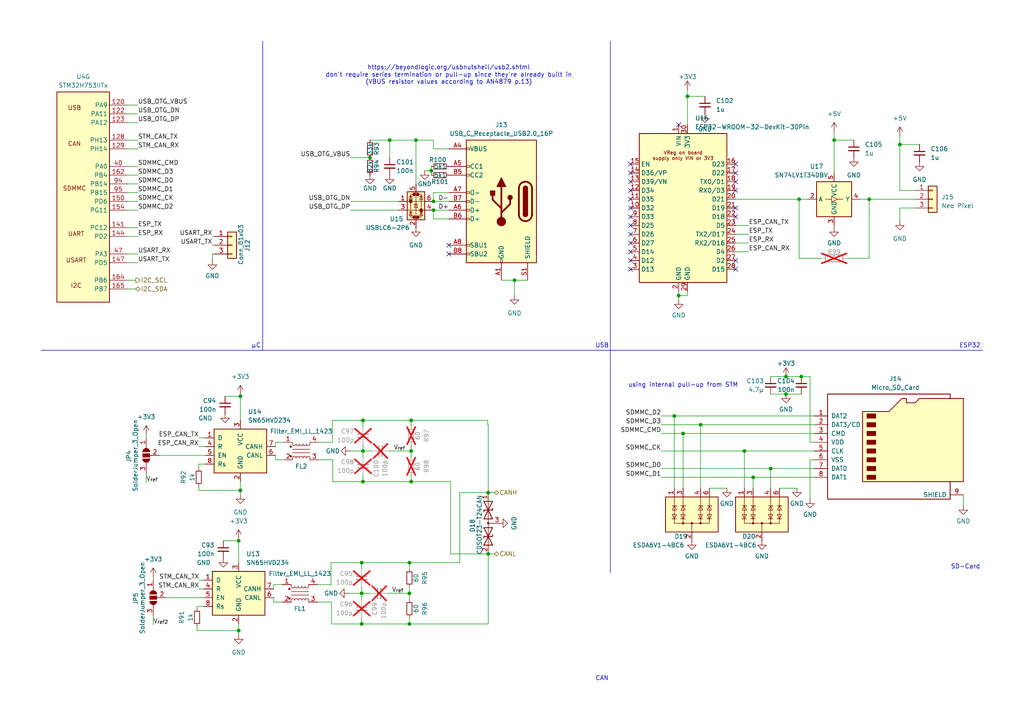
<source format=kicad_sch>
(kicad_sch
	(version 20250114)
	(generator "eeschema")
	(generator_version "9.0")
	(uuid "c61dd313-04ad-474f-9718-66b9bce07315")
	(paper "A4")
	
	(text "USB"
		(exclude_from_sim no)
		(at 174.625 100.33 0)
		(effects
			(font
				(size 1.27 1.27)
			)
		)
		(uuid "030ac795-edf5-444d-9323-762df8451be4")
	)
	(text "SD-Card"
		(exclude_from_sim no)
		(at 280.035 164.465 0)
		(effects
			(font
				(size 1.27 1.27)
			)
		)
		(uuid "05828fab-2d04-4397-b843-7a8ebdd025b6")
	)
	(text "don't require series termination or pull-up since they're already built in\n(VBUS resistor values according to AN4879 p.13)"
		(exclude_from_sim no)
		(at 130.175 22.86 0)
		(effects
			(font
				(size 1.27 1.27)
			)
		)
		(uuid "1055d774-b6a1-419a-b048-36be66eef259")
	)
	(text "µC"
		(exclude_from_sim no)
		(at 74.295 100.33 0)
		(effects
			(font
				(size 1.27 1.27)
			)
		)
		(uuid "116a24cc-e1f0-4e0d-bea5-abd9a8f91599")
	)
	(text "https://beyondlogic.org/usbnutshell/usb2.shtml"
		(exclude_from_sim no)
		(at 130.175 19.685 0)
		(effects
			(font
				(size 1.27 1.27)
			)
		)
		(uuid "17aebb66-f36f-4773-91b3-aa6e98e3a3df")
	)
	(text "ESP32"
		(exclude_from_sim no)
		(at 281.305 100.33 0)
		(effects
			(font
				(size 1.27 1.27)
			)
		)
		(uuid "2f1a1088-c0ce-4de9-ae6e-34c8798ff98b")
	)
	(text "using internal pull-up from STM"
		(exclude_from_sim no)
		(at 198.12 111.76 0)
		(effects
			(font
				(size 1.27 1.27)
			)
		)
		(uuid "a2052886-6177-4247-95db-c4b735b95dd6")
	)
	(text "CAN"
		(exclude_from_sim no)
		(at 174.625 196.85 0)
		(effects
			(font
				(size 1.27 1.27)
			)
		)
		(uuid "aaa6aba1-4600-4726-ab41-4812b09f5f58")
	)
	(junction
		(at 231.775 57.785)
		(diameter 0)
		(color 0 0 0 0)
		(uuid "05cfbb34-84b8-41f9-b2c6-e5b00514da1d")
	)
	(junction
		(at 215.9 130.81)
		(diameter 0)
		(color 0 0 0 0)
		(uuid "0bbc3a19-37df-42ad-91f0-8540a0395fb7")
	)
	(junction
		(at 227.965 109.22)
		(diameter 0)
		(color 0 0 0 0)
		(uuid "18ab2d23-28e9-4932-9559-08cfc3b6ac2c")
	)
	(junction
		(at 232.41 109.22)
		(diameter 0)
		(color 0 0 0 0)
		(uuid "24fd9673-2273-4cc7-b851-95d6418ffacd")
	)
	(junction
		(at 118.745 180.975)
		(diameter 0)
		(color 0 0 0 0)
		(uuid "28a47998-b579-477b-8bd7-5184e4777d5e")
	)
	(junction
		(at 119.253 130.81)
		(diameter 0)
		(color 0 0 0 0)
		(uuid "3162dd44-bd73-462d-a1ba-3ec68e82b83a")
	)
	(junction
		(at 252.095 57.785)
		(diameter 0)
		(color 0 0 0 0)
		(uuid "318c4647-7bc1-4283-9b65-f73983dbd071")
	)
	(junction
		(at 149.225 81.28)
		(diameter 0)
		(color 0 0 0 0)
		(uuid "3c1013bf-bfba-435b-96c5-025b99d0e79f")
	)
	(junction
		(at 69.723 142.24)
		(diameter 0)
		(color 0 0 0 0)
		(uuid "3d875b4c-a7a5-4903-ad64-3ecea35d872b")
	)
	(junction
		(at 69.723 114.935)
		(diameter 0)
		(color 0 0 0 0)
		(uuid "41b0bad5-7e8d-4b02-8ba8-4522831df7e6")
	)
	(junction
		(at 107.315 45.72)
		(diameter 0)
		(color 0 0 0 0)
		(uuid "46e9cd3f-c4dc-4e06-874a-970861c8e4d0")
	)
	(junction
		(at 195.58 120.65)
		(diameter 0)
		(color 0 0 0 0)
		(uuid "483c68f8-8db5-413f-96da-d4c2dccc7777")
	)
	(junction
		(at 69.215 182.88)
		(diameter 0)
		(color 0 0 0 0)
		(uuid "4dfb8dde-4cef-4814-89d9-dc2c67abc0ea")
	)
	(junction
		(at 218.44 138.43)
		(diameter 0)
		(color 0 0 0 0)
		(uuid "50b25640-4ca4-435d-9ca2-96918ac454bf")
	)
	(junction
		(at 198.12 125.73)
		(diameter 0)
		(color 0 0 0 0)
		(uuid "52bd35f7-90f4-444f-80c2-b19c5579d427")
	)
	(junction
		(at 104.902 163.195)
		(diameter 0)
		(color 0 0 0 0)
		(uuid "53b32a67-343e-432d-9256-006aedde493b")
	)
	(junction
		(at 119.253 139.7)
		(diameter 0)
		(color 0 0 0 0)
		(uuid "6c0e76a3-6aad-4fb4-a948-d5eac4447136")
	)
	(junction
		(at 105.283 121.92)
		(diameter 0)
		(color 0 0 0 0)
		(uuid "7481ae21-ea6c-45fa-90b7-25db4fcacac0")
	)
	(junction
		(at 125.73 60.96)
		(diameter 0)
		(color 0 0 0 0)
		(uuid "76eb61ee-a5dc-435a-8704-218432069d76")
	)
	(junction
		(at 227.965 114.3)
		(diameter 0)
		(color 0 0 0 0)
		(uuid "7b77a6c7-da0a-42bd-826a-b38b72133772")
	)
	(junction
		(at 69.215 156.845)
		(diameter 0)
		(color 0 0 0 0)
		(uuid "7c2aa378-d994-4cbb-a7fd-662b6a6dbd3e")
	)
	(junction
		(at 223.52 135.89)
		(diameter 0)
		(color 0 0 0 0)
		(uuid "83a97a6e-f8be-41f0-8991-cb39de58c4f2")
	)
	(junction
		(at 199.39 27.94)
		(diameter 0)
		(color 0 0 0 0)
		(uuid "8a2ddf5a-e56d-4ddb-b3a7-3ce78fdb1ea7")
	)
	(junction
		(at 104.902 180.975)
		(diameter 0)
		(color 0 0 0 0)
		(uuid "8c902d7a-9a97-4247-a024-6511c85f57b0")
	)
	(junction
		(at 119.253 121.92)
		(diameter 0)
		(color 0 0 0 0)
		(uuid "9727df9d-30c2-4d31-a4a4-c18de4a38ffd")
	)
	(junction
		(at 141.605 160.655)
		(diameter 0)
		(color 0 0 0 0)
		(uuid "9b258187-c52a-4e59-8789-b7ac6ed5dc99")
	)
	(junction
		(at 104.902 172.085)
		(diameter 0)
		(color 0 0 0 0)
		(uuid "9cc87ece-ed33-40de-966c-51c2001dc894")
	)
	(junction
		(at 105.283 130.81)
		(diameter 0)
		(color 0 0 0 0)
		(uuid "9cdc856e-55bf-4f24-8496-a3f3c835efb4")
	)
	(junction
		(at 120.65 40.64)
		(diameter 0)
		(color 0 0 0 0)
		(uuid "9ea8c7a2-1503-4324-bc92-c95e051488ac")
	)
	(junction
		(at 141.605 142.875)
		(diameter 0)
		(color 0 0 0 0)
		(uuid "a02cb7ca-67e1-4267-9b51-48bfa47aa699")
	)
	(junction
		(at 203.2 123.19)
		(diameter 0)
		(color 0 0 0 0)
		(uuid "a030d523-f685-498c-a6ce-88394aca3cb6")
	)
	(junction
		(at 118.745 163.195)
		(diameter 0)
		(color 0 0 0 0)
		(uuid "b60abf17-3e74-47af-a488-26c720dd0b0f")
	)
	(junction
		(at 118.745 172.085)
		(diameter 0)
		(color 0 0 0 0)
		(uuid "b6c8fd7b-67f5-4777-9880-dd70ef3914a0")
	)
	(junction
		(at 196.85 85.725)
		(diameter 0)
		(color 0 0 0 0)
		(uuid "cee00a16-43e6-4734-87be-e840da75aabc")
	)
	(junction
		(at 105.283 139.7)
		(diameter 0)
		(color 0 0 0 0)
		(uuid "cf065f4e-64c6-411f-9278-3cbeff3ad8fd")
	)
	(junction
		(at 125.095 49.53)
		(diameter 0)
		(color 0 0 0 0)
		(uuid "d302f7ee-d45d-43f0-9f1f-85368a116229")
	)
	(junction
		(at 260.985 41.91)
		(diameter 0)
		(color 0 0 0 0)
		(uuid "e4280f40-0a8b-46b8-8a3f-bdc2bbc7d561")
	)
	(junction
		(at 241.935 40.64)
		(diameter 0)
		(color 0 0 0 0)
		(uuid "e66e4697-c658-4daa-8505-29693d7c6fa8")
	)
	(junction
		(at 125.73 58.42)
		(diameter 0)
		(color 0 0 0 0)
		(uuid "e8da3965-6ebf-4303-bffa-5c0b2fe16f2a")
	)
	(junction
		(at 113.03 40.64)
		(diameter 0)
		(color 0 0 0 0)
		(uuid "eef95e3a-9baf-4512-9c0f-0fb5481cc6c4")
	)
	(no_connect
		(at 182.88 73.025)
		(uuid "0f78565a-9a79-4977-842d-db81c2f3a858")
	)
	(no_connect
		(at 182.88 55.245)
		(uuid "1635493b-c0b0-4b22-91c0-dd20f89d28d6")
	)
	(no_connect
		(at 182.88 57.785)
		(uuid "2cd37b9b-1e16-4721-baaf-0f02fff9ee15")
	)
	(no_connect
		(at 213.36 47.625)
		(uuid "2e298096-7ace-418c-89a7-3d43d6bed0db")
	)
	(no_connect
		(at 182.88 60.325)
		(uuid "3bc25636-dee2-443e-8ccb-a980f456ac63")
	)
	(no_connect
		(at 182.88 50.165)
		(uuid "43d8676e-50c6-4697-acd1-a078ec396d67")
	)
	(no_connect
		(at 182.88 65.405)
		(uuid "4a7c660c-ecc7-4617-8099-7833ce97674f")
	)
	(no_connect
		(at 182.88 47.625)
		(uuid "5a25121c-a1f8-402a-a503-9b4b6773db57")
	)
	(no_connect
		(at 196.85 36.195)
		(uuid "5c9306cf-381b-4d82-8a3a-52bc964f2a36")
	)
	(no_connect
		(at 213.36 52.705)
		(uuid "5c964bdf-2ed2-4eef-b541-8ce09ccb6359")
	)
	(no_connect
		(at 182.88 78.105)
		(uuid "5cab31a6-586b-4cbb-8e74-6785a73b7287")
	)
	(no_connect
		(at 213.36 75.565)
		(uuid "627c0ac6-463b-4d74-9056-912f48f57f8c")
	)
	(no_connect
		(at 182.88 67.945)
		(uuid "662f2eb1-7541-4b5a-9b3e-348e11036abd")
	)
	(no_connect
		(at 182.88 52.705)
		(uuid "73269fd7-c364-4aef-a8b5-a2eabdfa97a8")
	)
	(no_connect
		(at 213.36 60.325)
		(uuid "797e1eed-a489-45da-8c0f-184fc597169c")
	)
	(no_connect
		(at 182.88 75.565)
		(uuid "8365a6d4-6d29-461b-904c-0324ca06fc5a")
	)
	(no_connect
		(at 182.88 62.865)
		(uuid "8ac847d1-9069-40ae-a3f2-d3aed782fb55")
	)
	(no_connect
		(at 213.36 78.105)
		(uuid "8f56c4af-52dc-4612-9881-b40f131d9649")
	)
	(no_connect
		(at 213.36 50.165)
		(uuid "b938ea39-6292-4387-8cd7-875c20a9d49a")
	)
	(no_connect
		(at 130.175 71.12)
		(uuid "d7064c93-16c6-497d-859a-7b410a29e175")
	)
	(no_connect
		(at 213.36 55.245)
		(uuid "da2de24c-d775-46ec-8771-ff0ede014a17")
	)
	(no_connect
		(at 130.175 73.66)
		(uuid "e5cfba84-9aae-4335-81b2-f9420a56298e")
	)
	(no_connect
		(at 182.88 70.485)
		(uuid "e700e196-44ff-4ef8-a8e9-38a5e666b895")
	)
	(no_connect
		(at 213.36 62.865)
		(uuid "ffc9674a-9076-447f-ba67-71a5716efeb9")
	)
	(wire
		(pts
			(xy 198.12 125.73) (xy 198.12 141.605)
		)
		(stroke
			(width 0)
			(type default)
		)
		(uuid "0126e725-cd4a-43de-a635-49074d4eee16")
	)
	(wire
		(pts
			(xy 113.03 40.64) (xy 120.65 40.64)
		)
		(stroke
			(width 0)
			(type default)
		)
		(uuid "03b6b96d-d108-4c6b-b2b6-d370d0813a07")
	)
	(wire
		(pts
			(xy 40.005 53.34) (xy 36.83 53.34)
		)
		(stroke
			(width 0)
			(type default)
		)
		(uuid "069c83cc-66af-4239-a3f2-6fc7c9797843")
	)
	(wire
		(pts
			(xy 227.965 109.22) (xy 232.41 109.22)
		)
		(stroke
			(width 0)
			(type default)
		)
		(uuid "0720b77c-06ec-4ddc-af8a-933409149d5c")
	)
	(wire
		(pts
			(xy 252.095 57.785) (xy 252.095 74.93)
		)
		(stroke
			(width 0)
			(type default)
		)
		(uuid "07821e1a-6081-4b53-af8d-3407e5dfe479")
	)
	(wire
		(pts
			(xy 96.139 174.625) (xy 96.139 180.975)
		)
		(stroke
			(width 0)
			(type default)
		)
		(uuid "07b7ef48-98f5-4f9c-8c83-e93a23111e86")
	)
	(wire
		(pts
			(xy 217.17 65.405) (xy 213.36 65.405)
		)
		(stroke
			(width 0)
			(type default)
		)
		(uuid "08072ded-74bf-4b0b-806c-19444be54a5d")
	)
	(wire
		(pts
			(xy 101.6 58.42) (xy 115.57 58.42)
		)
		(stroke
			(width 0)
			(type default)
		)
		(uuid "082fce0a-328f-4c33-b82d-f736243226bd")
	)
	(wire
		(pts
			(xy 125.095 49.53) (xy 125.095 50.8)
		)
		(stroke
			(width 0)
			(type default)
		)
		(uuid "0ea0bb12-e71d-4036-85a4-6c19fe123590")
	)
	(wire
		(pts
			(xy 79.883 133.35) (xy 79.883 132.08)
		)
		(stroke
			(width 0)
			(type default)
		)
		(uuid "0eb24822-65ba-4fcc-a791-110a601cab9c")
	)
	(wire
		(pts
			(xy 241.935 40.64) (xy 247.65 40.64)
		)
		(stroke
			(width 0)
			(type default)
		)
		(uuid "0ec11d76-de2c-47d9-b68b-71e96f39e5f7")
	)
	(wire
		(pts
			(xy 36.83 55.88) (xy 40.005 55.88)
		)
		(stroke
			(width 0)
			(type default)
		)
		(uuid "0f23c12c-ee24-49ec-857a-7c94676913f0")
	)
	(wire
		(pts
			(xy 113.03 40.64) (xy 113.03 45.72)
		)
		(stroke
			(width 0)
			(type default)
		)
		(uuid "0f360adf-082b-43ce-b071-56ba3d6d1ff9")
	)
	(wire
		(pts
			(xy 223.52 135.89) (xy 236.22 135.89)
		)
		(stroke
			(width 0)
			(type default)
		)
		(uuid "0fe1c355-612f-4426-80ff-01e842356dec")
	)
	(wire
		(pts
			(xy 199.39 27.94) (xy 199.39 36.195)
		)
		(stroke
			(width 0)
			(type default)
		)
		(uuid "11371f3a-622b-4d06-958d-0de2e3aefad4")
	)
	(wire
		(pts
			(xy 44.45 178.435) (xy 44.45 181.229)
		)
		(stroke
			(width 0)
			(type default)
		)
		(uuid "1191196b-173d-4dee-bb6d-b29a4d435163")
	)
	(wire
		(pts
			(xy 260.985 41.91) (xy 260.985 55.245)
		)
		(stroke
			(width 0)
			(type default)
		)
		(uuid "11fcf8a6-a9da-4e10-b537-040a5f04eac6")
	)
	(wire
		(pts
			(xy 92.075 169.545) (xy 96.012 169.545)
		)
		(stroke
			(width 0)
			(type default)
		)
		(uuid "1255d5b2-c80c-45ce-8562-7f9325184eb2")
	)
	(wire
		(pts
			(xy 119.253 121.92) (xy 141.478 121.92)
		)
		(stroke
			(width 0)
			(type default)
		)
		(uuid "16abee5d-4262-4bfd-ba27-099017bd3c89")
	)
	(wire
		(pts
			(xy 199.39 85.725) (xy 199.39 84.455)
		)
		(stroke
			(width 0)
			(type default)
		)
		(uuid "175d1789-0795-45ea-bebd-00c51a23ce0a")
	)
	(wire
		(pts
			(xy 191.77 135.89) (xy 223.52 135.89)
		)
		(stroke
			(width 0)
			(type default)
		)
		(uuid "1771b8ef-8c2d-4dbc-bfd3-902fd9585271")
	)
	(wire
		(pts
			(xy 61.595 73.66) (xy 61.595 75.565)
		)
		(stroke
			(width 0)
			(type default)
		)
		(uuid "1851c3fc-c833-4316-939d-3a55a4935065")
	)
	(wire
		(pts
			(xy 61.595 71.12) (xy 62.23 71.12)
		)
		(stroke
			(width 0)
			(type default)
		)
		(uuid "18ab3ef7-d310-4dfe-9bd7-87f1a836a671")
	)
	(wire
		(pts
			(xy 36.83 33.02) (xy 40.005 33.02)
		)
		(stroke
			(width 0)
			(type default)
		)
		(uuid "1b135d7b-8f10-4d19-9a19-146ba9d74198")
	)
	(wire
		(pts
			(xy 112.522 172.085) (xy 118.745 172.085)
		)
		(stroke
			(width 0)
			(type default)
		)
		(uuid "1c380b4c-4cae-4aa6-b682-a869ce94709e")
	)
	(wire
		(pts
			(xy 96.393 121.92) (xy 105.283 121.92)
		)
		(stroke
			(width 0)
			(type default)
		)
		(uuid "1c39585e-5704-44d0-a33d-b3876c68f352")
	)
	(wire
		(pts
			(xy 69.723 114.3) (xy 69.723 114.935)
		)
		(stroke
			(width 0)
			(type default)
		)
		(uuid "1e2b6175-d853-4821-ba74-1f24382ec349")
	)
	(wire
		(pts
			(xy 105.283 121.92) (xy 119.253 121.92)
		)
		(stroke
			(width 0)
			(type default)
		)
		(uuid "1ecee70f-1b0e-4963-98bb-53f91fcf7497")
	)
	(wire
		(pts
			(xy 118.745 170.18) (xy 118.745 172.085)
		)
		(stroke
			(width 0)
			(type default)
		)
		(uuid "216a5d0c-6bc2-4d57-bfc1-a0137443fd45")
	)
	(wire
		(pts
			(xy 125.73 55.88) (xy 130.175 55.88)
		)
		(stroke
			(width 0)
			(type default)
		)
		(uuid "21acc590-ee7c-4d1e-8e1e-92f9f843d3c0")
	)
	(wire
		(pts
			(xy 36.83 60.96) (xy 40.005 60.96)
		)
		(stroke
			(width 0)
			(type default)
		)
		(uuid "2201ad5c-2ea0-4a84-9169-84f97ac3d850")
	)
	(wire
		(pts
			(xy 125.73 60.96) (xy 130.175 60.96)
		)
		(stroke
			(width 0)
			(type default)
		)
		(uuid "23e71670-b058-4e01-a066-4bf14b43a603")
	)
	(wire
		(pts
			(xy 118.745 172.085) (xy 118.745 173.99)
		)
		(stroke
			(width 0)
			(type default)
		)
		(uuid "25fcae18-2fce-4a2e-b99e-14db92c22b5a")
	)
	(wire
		(pts
			(xy 133.35 142.875) (xy 141.605 142.875)
		)
		(stroke
			(width 0)
			(type default)
		)
		(uuid "27d7ae8c-7eae-4f28-bd8f-3df57c79cc78")
	)
	(wire
		(pts
			(xy 217.17 73.025) (xy 213.36 73.025)
		)
		(stroke
			(width 0)
			(type default)
		)
		(uuid "29423af5-f664-45ad-bb1e-0735e38873c2")
	)
	(wire
		(pts
			(xy 118.745 163.195) (xy 133.35 163.195)
		)
		(stroke
			(width 0)
			(type default)
		)
		(uuid "2d763691-facb-4f15-9e9f-59c2b2d09226")
	)
	(wire
		(pts
			(xy 40.005 30.48) (xy 36.83 30.48)
		)
		(stroke
			(width 0)
			(type default)
		)
		(uuid "2e6d5f7d-e2c5-4fff-9ab8-ff9e5059fed6")
	)
	(wire
		(pts
			(xy 238.125 74.93) (xy 231.775 74.93)
		)
		(stroke
			(width 0)
			(type default)
		)
		(uuid "2fa12003-ea95-4a7e-a7b4-8f6dd8428bb3")
	)
	(wire
		(pts
			(xy 44.45 167.259) (xy 44.45 168.275)
		)
		(stroke
			(width 0)
			(type default)
		)
		(uuid "2fe633c0-4d3d-40d2-b66e-9c920b1c7a86")
	)
	(wire
		(pts
			(xy 218.44 141.605) (xy 218.44 138.43)
		)
		(stroke
			(width 0)
			(type default)
		)
		(uuid "3173a2ad-906e-47f8-a364-fc370f3c628a")
	)
	(wire
		(pts
			(xy 145.415 151.765) (xy 144.653 151.765)
		)
		(stroke
			(width 0)
			(type default)
		)
		(uuid "31a4bbdf-559b-4207-a858-901d74817d56")
	)
	(wire
		(pts
			(xy 65.278 114.935) (xy 69.723 114.935)
		)
		(stroke
			(width 0)
			(type default)
		)
		(uuid "32faf47c-e64c-44b4-9d62-4d28d8d4153b")
	)
	(polyline
		(pts
			(xy 11.938 101.6) (xy 284.988 101.6)
		)
		(stroke
			(width 0)
			(type default)
		)
		(uuid "3585df17-1500-4acf-8047-979ff4b5fedc")
	)
	(wire
		(pts
			(xy 69.215 182.88) (xy 69.215 184.15)
		)
		(stroke
			(width 0)
			(type default)
		)
		(uuid "364b407f-3b1e-4c62-9eb8-d29a94c13635")
	)
	(wire
		(pts
			(xy 130.683 160.655) (xy 130.683 139.7)
		)
		(stroke
			(width 0)
			(type default)
		)
		(uuid "37424b4b-71c8-41c4-b362-ea3007ee2cc4")
	)
	(wire
		(pts
			(xy 231.775 74.93) (xy 231.775 57.785)
		)
		(stroke
			(width 0)
			(type default)
		)
		(uuid "393f9b29-c1fb-4477-8410-888c1c775882")
	)
	(wire
		(pts
			(xy 241.935 38.1) (xy 241.935 40.64)
		)
		(stroke
			(width 0)
			(type default)
		)
		(uuid "395ffaba-dbfc-4c84-b3a1-2617223e9f3e")
	)
	(wire
		(pts
			(xy 96.52 133.35) (xy 96.52 139.7)
		)
		(stroke
			(width 0)
			(type default)
		)
		(uuid "3b6bddeb-5651-4db5-98b2-9b6f3f702707")
	)
	(wire
		(pts
			(xy 101.6 45.72) (xy 107.315 45.72)
		)
		(stroke
			(width 0)
			(type default)
		)
		(uuid "3d2cc28f-a815-44ff-b579-98f1bafc55ff")
	)
	(wire
		(pts
			(xy 236.22 128.27) (xy 234.95 128.27)
		)
		(stroke
			(width 0)
			(type default)
		)
		(uuid "3d36dc6e-fb6c-4d22-b425-43462a3be059")
	)
	(wire
		(pts
			(xy 36.83 73.66) (xy 40.005 73.66)
		)
		(stroke
			(width 0)
			(type default)
		)
		(uuid "3e2111f4-1096-49ea-babe-955e0bcbceb6")
	)
	(wire
		(pts
			(xy 119.253 128.905) (xy 119.253 130.81)
		)
		(stroke
			(width 0)
			(type default)
		)
		(uuid "418d6449-7d54-435c-9348-9ebcc667fba1")
	)
	(wire
		(pts
			(xy 149.225 81.28) (xy 145.415 81.28)
		)
		(stroke
			(width 0)
			(type default)
		)
		(uuid "43eb60ad-a089-43b3-8c73-3cd2d4334140")
	)
	(wire
		(pts
			(xy 226.06 141.605) (xy 231.14 141.605)
		)
		(stroke
			(width 0)
			(type default)
		)
		(uuid "4509c7f5-35ec-4bd1-89e7-1a05d5b53aa2")
	)
	(wire
		(pts
			(xy 125.73 58.42) (xy 125.73 55.88)
		)
		(stroke
			(width 0)
			(type default)
		)
		(uuid "4991bdca-b170-43ed-84ef-9caf2ab85aec")
	)
	(wire
		(pts
			(xy 118.745 179.07) (xy 118.745 180.975)
		)
		(stroke
			(width 0)
			(type default)
		)
		(uuid "4abd7593-788c-4faf-8edb-6bf231a57d07")
	)
	(wire
		(pts
			(xy 61.595 68.58) (xy 62.23 68.58)
		)
		(stroke
			(width 0)
			(type default)
		)
		(uuid "4c385e60-1b83-4735-8d87-273cadd39ee9")
	)
	(wire
		(pts
			(xy 120.65 40.64) (xy 125.73 40.64)
		)
		(stroke
			(width 0)
			(type default)
		)
		(uuid "4c4a7a36-80ee-4595-b311-1291392bf06c")
	)
	(wire
		(pts
			(xy 231.775 57.785) (xy 234.315 57.785)
		)
		(stroke
			(width 0)
			(type default)
		)
		(uuid "4dc32d7f-3ff8-43a5-afb9-2f4908b6a181")
	)
	(wire
		(pts
			(xy 141.605 160.655) (xy 141.605 180.975)
		)
		(stroke
			(width 0)
			(type default)
		)
		(uuid "4f3190e5-1fec-4c20-8c78-bb72eed0982d")
	)
	(wire
		(pts
			(xy 260.985 55.245) (xy 265.43 55.245)
		)
		(stroke
			(width 0)
			(type default)
		)
		(uuid "4f4d3fff-85b9-4083-bd46-2b914ab4a849")
	)
	(wire
		(pts
			(xy 223.52 135.89) (xy 223.52 141.605)
		)
		(stroke
			(width 0)
			(type default)
		)
		(uuid "4ff43a78-6f92-4a7c-8cfb-ed39be066f5a")
	)
	(wire
		(pts
			(xy 234.95 133.35) (xy 234.95 144.78)
		)
		(stroke
			(width 0)
			(type default)
		)
		(uuid "5121f087-75a7-4517-bf80-93142898bd7b")
	)
	(wire
		(pts
			(xy 223.52 114.3) (xy 227.965 114.3)
		)
		(stroke
			(width 0)
			(type default)
		)
		(uuid "551574cf-3580-4b1f-8680-a14f6beb8bdd")
	)
	(wire
		(pts
			(xy 79.883 128.27) (xy 82.296 128.27)
		)
		(stroke
			(width 0)
			(type default)
		)
		(uuid "569600ce-4916-426c-ad6a-43656f889c21")
	)
	(wire
		(pts
			(xy 69.215 156.21) (xy 69.215 156.845)
		)
		(stroke
			(width 0)
			(type default)
		)
		(uuid "573d52d7-2912-42f7-a32c-98f9437fcfb4")
	)
	(wire
		(pts
			(xy 57.785 168.275) (xy 59.055 168.275)
		)
		(stroke
			(width 0)
			(type default)
		)
		(uuid "58a5b0f4-7372-4ed6-b2ff-21c9fc14c383")
	)
	(wire
		(pts
			(xy 191.77 138.43) (xy 218.44 138.43)
		)
		(stroke
			(width 0)
			(type default)
		)
		(uuid "5c2584d9-d8f6-4dbe-931c-d205c3941d47")
	)
	(wire
		(pts
			(xy 105.283 139.7) (xy 119.253 139.7)
		)
		(stroke
			(width 0)
			(type default)
		)
		(uuid "5c8a4f71-ee4a-46e2-86ff-f735840fe6ca")
	)
	(wire
		(pts
			(xy 249.555 57.785) (xy 252.095 57.785)
		)
		(stroke
			(width 0)
			(type default)
		)
		(uuid "5dfc728b-36a2-4990-a0c8-dbb05f1fc760")
	)
	(wire
		(pts
			(xy 119.253 139.7) (xy 130.683 139.7)
		)
		(stroke
	
... [134002 chars truncated]
</source>
